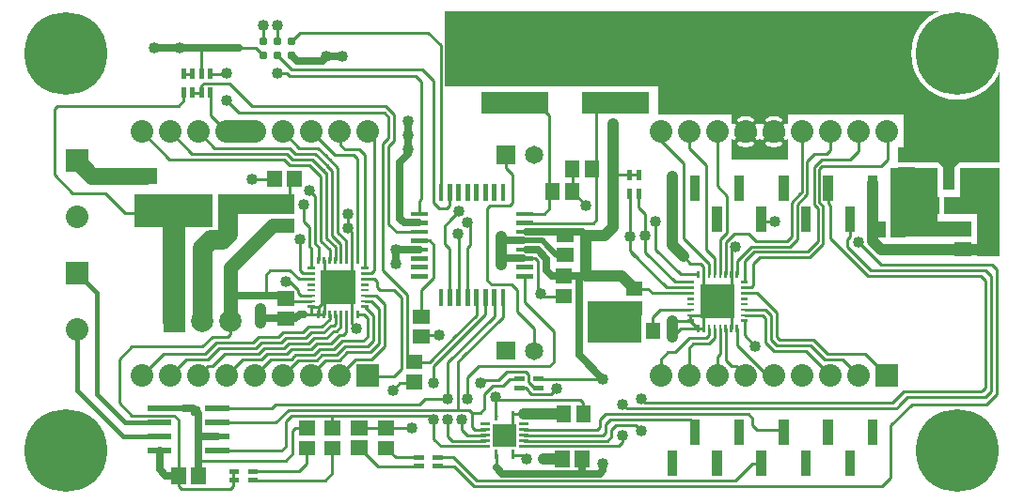
<source format=gbr>
G04 start of page 2 for group 0 idx 0 *
G04 Title: (unknown), component *
G04 Creator: pcb 20140316 *
G04 CreationDate: Fri 02 Jun 2017 03:03:48 AM GMT UTC *
G04 For: railfan *
G04 Format: Gerber/RS-274X *
G04 PCB-Dimensions (mil): 3500.00 1750.00 *
G04 PCB-Coordinate-Origin: lower left *
%MOIN*%
%FSLAX25Y25*%
%LNTOP*%
%ADD41C,0.0390*%
%ADD40C,0.0450*%
%ADD39C,0.0430*%
%ADD38C,0.0480*%
%ADD37C,0.1285*%
%ADD36R,0.0110X0.0110*%
%ADD35R,0.0200X0.0200*%
%ADD34R,0.0350X0.0350*%
%ADD33R,0.0157X0.0157*%
%ADD32R,0.0787X0.0787*%
%ADD31R,0.0167X0.0167*%
%ADD30C,0.0310*%
%ADD29R,0.0945X0.0945*%
%ADD28R,0.0378X0.0378*%
%ADD27R,0.0550X0.0550*%
%ADD26R,0.0630X0.0630*%
%ADD25R,0.0091X0.0091*%
%ADD24R,0.0512X0.0512*%
%ADD23C,0.0787*%
%ADD22C,0.0650*%
%ADD21C,0.2937*%
%ADD20C,0.0600*%
%ADD19C,0.0500*%
%ADD18C,0.0700*%
%ADD17C,0.0800*%
%ADD16C,0.0200*%
%ADD15C,0.0150*%
%ADD14C,0.0400*%
%ADD13C,0.0100*%
%ADD12C,0.0250*%
%ADD11C,0.0001*%
G54D11*G36*
X227000Y173000D02*X326661D01*
X325584Y172554D01*
X323399Y171215D01*
X321450Y169550D01*
X319785Y167601D01*
X318446Y165416D01*
X317465Y163048D01*
X316867Y160555D01*
X316666Y158000D01*
X316867Y155445D01*
X317465Y152952D01*
X318446Y150584D01*
X319785Y148399D01*
X321450Y146450D01*
X323399Y144785D01*
X325584Y143446D01*
X327952Y142465D01*
X330445Y141867D01*
X333000Y141666D01*
X335555Y141867D01*
X338048Y142465D01*
X340416Y143446D01*
X342601Y144785D01*
X344550Y146450D01*
X346215Y148399D01*
X347554Y150584D01*
X348000Y151661D01*
Y136500D01*
X227000D01*
Y173000D01*
G37*
G36*
X151500D02*X234000D01*
Y146500D01*
X151500D01*
Y173000D01*
G37*
G36*
X268002Y139500D02*X273000D01*
Y132601D01*
X272998Y132596D01*
X272910Y132792D01*
X272849Y132893D01*
X272772Y132984D01*
X272682Y133061D01*
X272580Y133123D01*
X272471Y133169D01*
X272355Y133197D01*
X272237Y133206D01*
X272119Y133197D01*
X272003Y133170D01*
X271893Y133124D01*
X271792Y133062D01*
X271702Y132986D01*
X271624Y132895D01*
X271562Y132794D01*
X271516Y132685D01*
X271489Y132569D01*
X271479Y132451D01*
X271488Y132332D01*
X271516Y132217D01*
X271563Y132108D01*
X271721Y131768D01*
X271842Y131412D01*
X271930Y131047D01*
X271982Y130675D01*
X272000Y130300D01*
X271982Y129925D01*
X271930Y129553D01*
X271842Y129188D01*
X271721Y128832D01*
X271567Y128490D01*
X271520Y128382D01*
X271493Y128267D01*
X271483Y128149D01*
X271493Y128032D01*
X271521Y127917D01*
X271566Y127808D01*
X271628Y127707D01*
X271705Y127618D01*
X271795Y127541D01*
X271895Y127480D01*
X272004Y127435D01*
X272119Y127407D01*
X272237Y127398D01*
X272355Y127408D01*
X272469Y127435D01*
X272578Y127481D01*
X272679Y127543D01*
X272769Y127619D01*
X272845Y127709D01*
X272905Y127811D01*
X272996Y128008D01*
X273000Y127999D01*
Y120500D01*
X268002D01*
Y124794D01*
X268516Y124818D01*
X269028Y124891D01*
X269531Y125011D01*
X270020Y125178D01*
X270492Y125390D01*
X270593Y125451D01*
X270684Y125528D01*
X270761Y125618D01*
X270823Y125720D01*
X270869Y125829D01*
X270897Y125945D01*
X270906Y126063D01*
X270897Y126181D01*
X270870Y126297D01*
X270824Y126407D01*
X270762Y126508D01*
X270686Y126598D01*
X270595Y126676D01*
X270494Y126738D01*
X270385Y126784D01*
X270269Y126811D01*
X270151Y126821D01*
X270032Y126812D01*
X269917Y126784D01*
X269808Y126737D01*
X269468Y126579D01*
X269112Y126458D01*
X268747Y126370D01*
X268375Y126318D01*
X268002Y126300D01*
Y134300D01*
X268375Y134282D01*
X268747Y134230D01*
X269112Y134142D01*
X269468Y134021D01*
X269810Y133867D01*
X269918Y133820D01*
X270033Y133793D01*
X270151Y133783D01*
X270268Y133793D01*
X270383Y133821D01*
X270492Y133866D01*
X270593Y133928D01*
X270682Y134005D01*
X270759Y134095D01*
X270820Y134195D01*
X270865Y134304D01*
X270893Y134419D01*
X270902Y134537D01*
X270892Y134655D01*
X270865Y134769D01*
X270819Y134878D01*
X270757Y134979D01*
X270681Y135069D01*
X270591Y135145D01*
X270489Y135205D01*
X270020Y135422D01*
X269531Y135589D01*
X269028Y135709D01*
X268516Y135782D01*
X268002Y135806D01*
Y139500D01*
G37*
G36*
X263000D02*X268002D01*
Y135806D01*
X268000Y135806D01*
X267484Y135782D01*
X266972Y135709D01*
X266469Y135589D01*
X265980Y135422D01*
X265508Y135210D01*
X265407Y135149D01*
X265316Y135072D01*
X265239Y134982D01*
X265177Y134880D01*
X265131Y134771D01*
X265103Y134655D01*
X265094Y134537D01*
X265103Y134419D01*
X265130Y134303D01*
X265176Y134193D01*
X265238Y134092D01*
X265314Y134002D01*
X265405Y133924D01*
X265506Y133862D01*
X265615Y133816D01*
X265731Y133789D01*
X265849Y133779D01*
X265968Y133788D01*
X266083Y133816D01*
X266192Y133863D01*
X266532Y134021D01*
X266888Y134142D01*
X267253Y134230D01*
X267625Y134282D01*
X268000Y134300D01*
X268002Y134300D01*
Y126300D01*
X268000Y126300D01*
X267625Y126318D01*
X267253Y126370D01*
X266888Y126458D01*
X266532Y126579D01*
X266190Y126733D01*
X266082Y126780D01*
X265967Y126807D01*
X265849Y126817D01*
X265732Y126807D01*
X265617Y126779D01*
X265508Y126734D01*
X265407Y126672D01*
X265318Y126595D01*
X265241Y126505D01*
X265180Y126405D01*
X265135Y126296D01*
X265107Y126181D01*
X265098Y126063D01*
X265108Y125945D01*
X265135Y125831D01*
X265181Y125722D01*
X265243Y125621D01*
X265319Y125531D01*
X265409Y125455D01*
X265511Y125395D01*
X265980Y125178D01*
X266469Y125011D01*
X266972Y124891D01*
X267484Y124818D01*
X268000Y124794D01*
X268002Y124794D01*
Y120500D01*
X263000D01*
Y128008D01*
X263090Y127808D01*
X263151Y127707D01*
X263228Y127616D01*
X263318Y127539D01*
X263420Y127477D01*
X263529Y127431D01*
X263645Y127403D01*
X263763Y127394D01*
X263881Y127403D01*
X263997Y127430D01*
X264107Y127476D01*
X264208Y127538D01*
X264298Y127614D01*
X264376Y127705D01*
X264438Y127806D01*
X264484Y127915D01*
X264511Y128031D01*
X264521Y128149D01*
X264512Y128268D01*
X264484Y128383D01*
X264437Y128492D01*
X264279Y128832D01*
X264158Y129188D01*
X264070Y129553D01*
X264018Y129925D01*
X264000Y130300D01*
X264018Y130675D01*
X264070Y131047D01*
X264158Y131412D01*
X264279Y131768D01*
X264433Y132110D01*
X264480Y132218D01*
X264507Y132333D01*
X264517Y132451D01*
X264507Y132568D01*
X264479Y132683D01*
X264434Y132792D01*
X264372Y132893D01*
X264295Y132982D01*
X264205Y133059D01*
X264105Y133120D01*
X263996Y133165D01*
X263881Y133193D01*
X263763Y133202D01*
X263645Y133192D01*
X263531Y133165D01*
X263422Y133119D01*
X263321Y133057D01*
X263231Y132981D01*
X263155Y132891D01*
X263095Y132789D01*
X263002Y132587D01*
X263000Y132592D01*
Y139500D01*
G37*
G36*
X258002D02*X263000D01*
Y132592D01*
X262910Y132792D01*
X262849Y132893D01*
X262772Y132984D01*
X262682Y133061D01*
X262580Y133123D01*
X262471Y133169D01*
X262355Y133197D01*
X262237Y133206D01*
X262119Y133197D01*
X262003Y133170D01*
X261893Y133124D01*
X261792Y133062D01*
X261702Y132986D01*
X261624Y132895D01*
X261562Y132794D01*
X261516Y132685D01*
X261489Y132569D01*
X261479Y132451D01*
X261488Y132332D01*
X261516Y132217D01*
X261563Y132108D01*
X261721Y131768D01*
X261842Y131412D01*
X261930Y131047D01*
X261982Y130675D01*
X262000Y130300D01*
X261982Y129925D01*
X261930Y129553D01*
X261842Y129188D01*
X261721Y128832D01*
X261567Y128490D01*
X261520Y128382D01*
X261493Y128267D01*
X261483Y128149D01*
X261493Y128032D01*
X261521Y127917D01*
X261566Y127808D01*
X261628Y127707D01*
X261705Y127618D01*
X261795Y127541D01*
X261895Y127480D01*
X262004Y127435D01*
X262119Y127407D01*
X262237Y127398D01*
X262355Y127408D01*
X262469Y127435D01*
X262578Y127481D01*
X262679Y127543D01*
X262769Y127619D01*
X262845Y127709D01*
X262905Y127811D01*
X262998Y128013D01*
X263000Y128008D01*
Y120500D01*
X258002D01*
Y124794D01*
X258516Y124818D01*
X259028Y124891D01*
X259531Y125011D01*
X260020Y125178D01*
X260492Y125390D01*
X260593Y125451D01*
X260684Y125528D01*
X260761Y125618D01*
X260823Y125720D01*
X260869Y125829D01*
X260897Y125945D01*
X260906Y126063D01*
X260897Y126181D01*
X260870Y126297D01*
X260824Y126407D01*
X260762Y126508D01*
X260686Y126598D01*
X260595Y126676D01*
X260494Y126738D01*
X260385Y126784D01*
X260269Y126811D01*
X260151Y126821D01*
X260032Y126812D01*
X259917Y126784D01*
X259808Y126737D01*
X259468Y126579D01*
X259112Y126458D01*
X258747Y126370D01*
X258375Y126318D01*
X258002Y126300D01*
Y134300D01*
X258375Y134282D01*
X258747Y134230D01*
X259112Y134142D01*
X259468Y134021D01*
X259810Y133867D01*
X259918Y133820D01*
X260033Y133793D01*
X260151Y133783D01*
X260268Y133793D01*
X260383Y133821D01*
X260492Y133866D01*
X260593Y133928D01*
X260682Y134005D01*
X260759Y134095D01*
X260820Y134195D01*
X260865Y134304D01*
X260893Y134419D01*
X260902Y134537D01*
X260892Y134655D01*
X260865Y134769D01*
X260819Y134878D01*
X260757Y134979D01*
X260681Y135069D01*
X260591Y135145D01*
X260489Y135205D01*
X260020Y135422D01*
X259531Y135589D01*
X259028Y135709D01*
X258516Y135782D01*
X258002Y135806D01*
Y139500D01*
G37*
G36*
X253000D02*X258002D01*
Y135806D01*
X258000Y135806D01*
X257484Y135782D01*
X256972Y135709D01*
X256469Y135589D01*
X255980Y135422D01*
X255508Y135210D01*
X255407Y135149D01*
X255316Y135072D01*
X255239Y134982D01*
X255177Y134880D01*
X255131Y134771D01*
X255103Y134655D01*
X255094Y134537D01*
X255103Y134419D01*
X255130Y134303D01*
X255176Y134193D01*
X255238Y134092D01*
X255314Y134002D01*
X255405Y133924D01*
X255506Y133862D01*
X255615Y133816D01*
X255731Y133789D01*
X255849Y133779D01*
X255968Y133788D01*
X256083Y133816D01*
X256192Y133863D01*
X256532Y134021D01*
X256888Y134142D01*
X257253Y134230D01*
X257625Y134282D01*
X258000Y134300D01*
X258002Y134300D01*
Y126300D01*
X258000Y126300D01*
X257625Y126318D01*
X257253Y126370D01*
X256888Y126458D01*
X256532Y126579D01*
X256190Y126733D01*
X256082Y126780D01*
X255967Y126807D01*
X255849Y126817D01*
X255732Y126807D01*
X255617Y126779D01*
X255508Y126734D01*
X255407Y126672D01*
X255318Y126595D01*
X255241Y126505D01*
X255180Y126405D01*
X255135Y126296D01*
X255107Y126181D01*
X255098Y126063D01*
X255108Y125945D01*
X255135Y125831D01*
X255181Y125722D01*
X255243Y125621D01*
X255319Y125531D01*
X255409Y125455D01*
X255511Y125395D01*
X255980Y125178D01*
X256469Y125011D01*
X256972Y124891D01*
X257484Y124818D01*
X258000Y124794D01*
X258002Y124794D01*
Y120500D01*
X253000D01*
Y127999D01*
X253002Y128004D01*
X253090Y127808D01*
X253151Y127707D01*
X253228Y127616D01*
X253318Y127539D01*
X253420Y127477D01*
X253529Y127431D01*
X253645Y127403D01*
X253763Y127394D01*
X253881Y127403D01*
X253997Y127430D01*
X254107Y127476D01*
X254208Y127538D01*
X254298Y127614D01*
X254376Y127705D01*
X254438Y127806D01*
X254484Y127915D01*
X254511Y128031D01*
X254521Y128149D01*
X254512Y128268D01*
X254484Y128383D01*
X254437Y128492D01*
X254279Y128832D01*
X254158Y129188D01*
X254070Y129553D01*
X254018Y129925D01*
X254000Y130300D01*
X254018Y130675D01*
X254070Y131047D01*
X254158Y131412D01*
X254279Y131768D01*
X254433Y132110D01*
X254480Y132218D01*
X254507Y132333D01*
X254517Y132451D01*
X254507Y132568D01*
X254479Y132683D01*
X254434Y132792D01*
X254372Y132893D01*
X254295Y132982D01*
X254205Y133059D01*
X254105Y133120D01*
X253996Y133165D01*
X253881Y133193D01*
X253763Y133202D01*
X253645Y133192D01*
X253531Y133165D01*
X253422Y133119D01*
X253321Y133057D01*
X253231Y132981D01*
X253155Y132891D01*
X253095Y132789D01*
X253004Y132592D01*
X253000Y132601D01*
Y139500D01*
G37*
G36*
X41500Y108000D02*X69000D01*
Y96500D01*
X68676D01*
X68500Y96514D01*
X68324Y96500D01*
X41500D01*
Y108000D01*
G37*
G36*
X71000D02*X98000D01*
Y101000D01*
X71000D01*
Y108000D01*
G37*
G36*
X314000Y140500D02*X348000D01*
Y119500D01*
X314000D01*
Y140500D01*
G37*
G36*
X309500Y117500D02*X326000D01*
Y93000D01*
X309500D01*
Y117500D01*
G37*
G36*
X334000D02*X348000D01*
Y101000D01*
X334000D01*
Y117500D01*
G37*
G36*
X328500Y107000D02*X339000D01*
Y101000D01*
X328500D01*
Y107000D01*
G37*
G36*
X323000Y98500D02*X338000D01*
Y93000D01*
X323000D01*
Y98500D01*
G37*
G36*
X348000Y113500D02*Y86000D01*
X340000D01*
Y113500D01*
X348000D01*
G37*
G36*
X202000Y70000D02*X221000D01*
Y55500D01*
X202000D01*
Y70000D01*
G37*
G54D12*X50250Y17000D02*Y10250D01*
X52500Y8000D01*
X56957D01*
G54D13*Y4543D01*
X58000Y3500D01*
G54D12*X64043Y8000D02*Y12957D01*
G54D13*X58000Y3500D02*X75500D01*
X76500Y4500D01*
Y9423D01*
X76652Y9575D01*
X99575D02*X102500Y12500D01*
Y17957D01*
X83348Y6425D02*X108925D01*
X111500Y9000D01*
Y17914D01*
X127575Y11425D02*X121000Y18000D01*
X97500Y16000D02*Y24000D01*
X95000Y18500D02*Y27500D01*
X97000Y29500D01*
X91500Y27000D02*X96000Y31500D01*
X98500Y25000D02*X102457D01*
X97000Y29500D02*X119000D01*
X111500D02*Y25000D01*
X96000Y31500D02*X116000D01*
X102457Y25000D02*X102500Y25043D01*
X70750Y27000D02*X91500D01*
X95000Y13500D02*X97500Y16000D01*
X93500Y17000D02*X95000Y18500D01*
G54D12*X64043Y12457D02*Y29957D01*
X70750Y22000D02*X64043D01*
G54D13*X57000Y8000D02*Y28000D01*
X83348Y9575D02*X99575D01*
X64043Y13500D02*X95000D01*
X70750Y17000D02*X93500D01*
X97500Y24000D02*X98500Y25000D01*
X95500Y51500D02*X88500D01*
X89800Y49500D02*X97000D01*
X94000Y43700D02*X99400Y49100D01*
X88500Y51500D02*X86500Y49500D01*
X84000Y43700D02*X89800Y49500D01*
X94500Y53500D02*X87500D01*
X97000Y49500D02*X97750Y50250D01*
X99000Y51000D02*X98500D01*
X97300Y49800D01*
X117000Y52000D02*X125000D01*
X125500Y49500D02*X119800D01*
X114000Y43700D01*
X99400Y49100D02*X105900D01*
X107800Y51000D01*
X108600D01*
X108900Y48900D02*X109150Y49150D01*
X113850D01*
X116700Y52000D01*
X119600D01*
X118421Y65453D02*Y70079D01*
Y84547D02*Y79921D01*
X108579Y70079D02*X118421Y79921D01*
X108579Y84547D02*Y79921D01*
X118421Y70079D02*X108579Y79921D01*
X123094Y78000D02*X123047Y77953D01*
X108453Y69953D02*X110000Y71500D01*
X106547Y68047D02*X109000Y70500D01*
X108547Y65453D02*Y70047D01*
X106610Y65453D02*Y67984D01*
X106547Y68047D01*
X103953Y68110D02*Y65453D01*
X108579D01*
X108579D01*
X103953Y68047D02*X106547D01*
X108547Y70047D02*X113500Y75000D01*
X119000Y56000D02*X115000D01*
X112000Y53000D01*
X114000Y58000D02*X111000Y55000D01*
X113000Y59500D02*X112000D01*
X109500Y57000D01*
X111000Y61500D02*X108500Y59000D01*
X116453Y65453D02*Y59453D01*
Y59547D02*Y58953D01*
X115500Y58000D01*
X114000D01*
X114484Y61016D02*Y60984D01*
X124000Y64000D02*Y57500D01*
X122500Y56000D01*
X118500D01*
X118421Y65421D02*Y62079D01*
X120000Y60500D01*
X116000Y54000D02*X124000D01*
X114484Y60984D02*X113000Y59500D01*
X114484Y65453D02*Y60984D01*
X112516Y65453D02*Y62016D01*
X112000Y61500D01*
X111000D01*
X110547Y65453D02*Y63647D01*
X107800Y60900D01*
X103953Y65453D03*
X106610Y84547D02*Y89390D01*
X105500Y90500D01*
X103953Y81890D02*Y89047D01*
X103500Y89500D01*
X100000Y81000D02*Y92000D01*
X120390Y65453D02*X122547D01*
X124000Y64000D01*
X126000Y65157D02*X123047Y68110D01*
X124000Y54000D02*X126000Y56000D01*
X125000Y52000D02*X128000Y55000D01*
X130000Y54000D02*X125500Y49500D01*
X126000Y56000D02*Y65157D01*
X128000Y55000D02*Y64000D01*
Y67500D02*Y62000D01*
X130000Y54000D02*Y65000D01*
Y69000D02*Y62500D01*
X123047Y70079D02*X125421D01*
X123047Y72047D02*X126953D01*
X130000Y69000D01*
X125421Y70079D02*X128000Y67500D01*
X115000Y31500D02*X151500D01*
X152500Y35500D02*X144500D01*
X142500Y33500D01*
X117000Y29500D02*X137500D01*
X136500D02*X146000D01*
X147500Y28000D01*
X160000Y31500D02*X150500D01*
X142500Y33500D02*X91500D01*
X121000Y25086D02*X139686D01*
X139700Y25100D01*
X133882Y14575D02*X130500Y17957D01*
X142152Y14575D02*X133882D01*
X142152Y11425D02*X127575D01*
X148848D02*X154575D01*
X148848Y14575D02*X154425D01*
X156000Y31500D02*Y48500D01*
X158500Y51000D01*
X159500Y43000D02*Y35500D01*
X104000Y43700D02*X104700D01*
X104000D02*Y44000D01*
X109000Y49000D01*
X116000Y54000D02*X113000Y51000D01*
X108000D01*
X112000Y53000D02*X107000D01*
X105000Y51000D01*
X111000Y55000D02*X106000D01*
X104000Y53000D01*
Y65453D02*X103953Y65500D01*
X101500D01*
G54D12*X100000D01*
X98500Y64000D01*
G54D13*X103953Y72047D02*X100453D01*
X99500Y73000D01*
X103953Y70079D02*X95964D01*
X95000Y77000D02*X96500D01*
X99500Y74000D01*
Y73000D02*Y74000D01*
X99000Y74500D01*
X103953Y77953D02*X99547D01*
X103953Y79921D02*X101079D01*
X100000Y81000D01*
G54D12*X95000Y63957D02*X86043D01*
X98500Y64000D02*X95543D01*
X95500Y63957D01*
G54D14*X86000Y67500D02*Y62500D01*
G54D13*X99547Y77953D02*X96500Y81000D01*
X89500D01*
X88000Y79500D01*
Y72000D01*
G54D12*X75500D02*X94043D01*
X95000Y71043D01*
G54D13*X95964Y70079D02*X95000Y71043D01*
G54D15*X50250Y27000D02*X38000D01*
X28000Y37000D01*
X50250Y22000D02*X37500D01*
X21000Y38500D01*
G54D13*X36000Y34000D02*X40500Y29500D01*
X47500D01*
G54D15*X21000Y60000D02*Y38500D01*
Y80000D02*X28000Y73000D01*
Y37000D01*
G54D13*X51800Y51500D02*X44000Y43700D01*
X65500Y54000D02*X40500D01*
X36000Y49500D01*
Y34000D01*
G54D12*X64043Y29957D02*X62000Y32000D01*
X59000D01*
G54D13*X57000Y28000D02*X55500Y29500D01*
G54D16*X50250Y32000D02*X60000D01*
G54D13*X55500Y29500D02*X43500D01*
G54D17*X55500Y63000D02*Y100000D01*
G54D18*X65500Y63000D02*Y89000D01*
G54D19*X75500Y63000D02*Y82000D01*
G54D14*X75547Y77953D02*X75500Y78000D01*
G54D18*X65500Y89000D02*X68500Y92000D01*
X72500D01*
X74500Y94000D01*
Y104500D02*Y94000D01*
G54D19*X75500Y82000D02*X90500Y97000D01*
X94957D01*
G54D14*X95000Y96957D01*
G54D13*X75500Y62500D02*Y58500D01*
X91500Y33500D02*X90000Y32000D01*
X70750D01*
X75500Y58500D02*X74500Y57500D01*
X69000D01*
X65500Y54000D01*
X123047Y81890D02*Y121953D01*
Y79921D02*X125421D01*
X126500Y81000D01*
Y127800D01*
X124000Y130300D01*
X120390Y84547D02*Y120610D01*
X117000Y96000D02*Y101000D01*
X134276Y94724D02*X131500Y97500D01*
X126500Y78000D02*X123094D01*
X129500Y81000D02*Y126000D01*
X131500Y97500D02*Y111000D01*
X133500Y127000D02*X131500Y125000D01*
Y103500D01*
G54D12*X134000Y88500D02*Y83500D01*
X135500Y99500D02*Y119500D01*
X138500Y122500D01*
Y134000D01*
G54D13*X118421Y84500D02*Y94579D01*
X117000Y96000D01*
X116453Y84547D02*Y91547D01*
X114484Y84547D02*Y90516D01*
X112516Y84547D02*Y89484D01*
X114484Y90516D02*X111500Y93500D01*
X112516Y89484D02*X109500Y92500D01*
X110547Y84547D02*Y88453D01*
X107500Y91500D01*
G54D12*X142221Y88425D02*X134075D01*
X142000Y98000D02*X137000D01*
X135500Y99500D01*
X134075Y88425D02*X134000Y88500D01*
G54D13*X147500Y148500D02*Y105000D01*
X149976Y108779D02*Y161024D01*
X143000Y106500D02*Y117000D01*
X141000Y150000D02*X143000Y148000D01*
Y115500D01*
X116453Y91547D02*X113500Y94500D01*
Y117500D01*
X111500Y93500D02*Y116500D01*
X109500Y92500D02*Y115500D01*
X107500Y91500D02*Y114500D01*
X105500Y101000D02*Y107500D01*
Y90500D02*Y104000D01*
X101500Y102000D02*Y98500D01*
X103500Y96500D01*
Y89500D02*Y96500D01*
X102500Y97500D01*
X105500Y107500D02*X103500Y109500D01*
X101500Y101000D02*Y104500D01*
X147500Y105000D02*X149500Y103000D01*
X151500D01*
X153126Y108779D02*Y104126D01*
X152000Y103000D01*
X150500D01*
X142221Y101023D02*Y105721D01*
X143000Y106500D01*
X142221Y91575D02*X145925D01*
X147500Y90000D01*
Y78500D01*
X153126Y98626D02*X156500Y102000D01*
X151500Y90500D02*Y97000D01*
X154000Y99500D01*
X105000Y51000D02*X98500D01*
X104000Y53000D02*X97000D01*
X103000Y55000D02*X96000D01*
X109500Y57000D02*X105000D01*
X108500Y59000D02*X104000D01*
X102000Y57000D01*
X105000D02*X103000Y55000D01*
X97000Y53000D02*X95500Y51500D01*
X96000Y55000D02*X94500Y53500D01*
X102000Y57000D02*X95000D01*
X93500Y55500D01*
X101000Y59000D02*X94000D01*
X92500Y57500D01*
X107800Y60900D02*X103700D01*
X104400D02*X102900D01*
X101000Y59000D01*
X93500Y55500D02*X86500D01*
X92500Y57500D02*X85500D01*
Y51500D02*X73500D01*
X84500Y53500D02*X71500D01*
X67500Y49500D01*
X70500Y55500D02*X66500Y51500D01*
X79800Y49500D02*X74000Y43700D01*
X73500Y51500D02*X69000Y47000D01*
X86500Y49500D02*X79800D01*
X87500Y53500D02*X85500Y51500D01*
X86500Y55500D02*X84500Y53500D01*
X85500Y57500D02*X83500Y55500D01*
X70500D01*
X69000Y47000D02*X67300D01*
X64000Y43700D01*
X67500Y49500D02*X59800D01*
X54000Y43700D01*
X66500Y51500D02*X51800D01*
X123047Y121953D02*X121000Y124000D01*
X120390Y120610D02*X119000Y122000D01*
X121000Y124000D02*X116000D01*
X119000Y122000D02*X112300D01*
X116000Y124000D02*X114500Y125500D01*
Y129800D01*
X114000Y130300D01*
X129500Y126000D02*X131500Y128000D01*
X129500Y126000D02*X130500Y127000D01*
X112300Y122000D02*X104000Y130300D01*
X111000Y120000D02*X106500Y124500D01*
X110000Y118000D02*X105500Y122500D01*
X109500Y115500D02*X104500Y120500D01*
X111500Y116500D02*X109500Y118500D01*
Y115500D02*X108250Y116750D01*
X99800Y124500D02*X94000Y130300D01*
X98500Y122500D02*X96500Y124500D01*
X106500D02*X99800D01*
X105500Y122500D02*X98500D01*
X104500Y120500D02*X97500D01*
X95500Y122500D01*
X103500Y118500D02*X96500D01*
X103500D02*X102000D01*
X113500Y117500D02*X109000Y122000D01*
X107500Y114500D02*X103500Y118500D01*
G54D12*X99000Y155500D02*X108000D01*
X109500Y157000D01*
X115000D01*
G54D13*X131500Y128000D02*Y135500D01*
X130000Y137000D01*
X130500Y139500D02*X133500Y136500D01*
Y127000D01*
X130000Y137000D02*X78500D01*
X83000Y139500D02*X130500D01*
X97000Y152500D02*X143500D01*
X96500Y150000D02*X141000D01*
X143500Y152500D02*X147500Y148500D01*
X100000Y165500D02*X145452D01*
X149976Y160976D01*
Y158976D01*
X32000Y139500D02*X47500D01*
X14000D02*X36500D01*
G54D14*X21000Y120000D02*Y119500D01*
G54D20*X45500Y114500D02*X26500D01*
X21000Y120000D01*
G54D13*X19500Y108500D02*X31000D01*
X38000Y101500D01*
X45500D01*
X19500Y108500D02*X13000Y115000D01*
Y138500D01*
X14000Y139500D01*
G54D17*X74000Y130300D02*X84000D01*
G54D13*X96500Y124500D02*X69800D01*
X95500Y122500D02*X61800D01*
X96500Y118500D02*X94500Y120500D01*
X68224Y136076D02*X74000Y130300D01*
X69800Y124500D02*X64000Y130300D01*
X61800Y122500D02*X54000Y130300D01*
X94500Y120500D02*X53800D01*
X83000Y113500D02*X90914D01*
X90957Y113543D01*
X96500Y105000D02*Y112000D01*
X98043Y113543D01*
X53800Y120500D02*X44000Y130300D01*
X58776Y144152D02*Y141276D01*
X57000Y139500D01*
X45000D01*
X65075Y150848D02*Y156425D01*
G54D12*X78500Y160000D02*X48500D01*
G54D13*X65075Y155425D02*Y159925D01*
X65000Y160000D01*
X73848Y150848D02*X74000Y151000D01*
X58776Y150848D02*X61925D01*
Y144152D02*X65075D01*
X68224D02*Y136076D01*
X65075Y144152D02*Y146575D01*
X66000Y147500D01*
X74500D02*X72000D01*
X66000D02*X75000D01*
X87000Y157500D02*X84500Y160000D01*
X77000D01*
X68224Y150848D02*X73848D01*
X78500Y137000D02*X74000Y141500D01*
X75000Y147500D02*X83000Y139500D01*
G54D12*X97000Y157500D02*X99000Y155500D01*
G54D13*X92000Y157500D02*X97000Y152500D01*
X92000Y151000D02*X95500D01*
X96500Y150000D01*
X87000Y168000D02*Y162500D01*
X97000D02*X100000Y165500D01*
X92000Y168000D02*Y162500D01*
X157500Y50000D02*X172000Y64500D01*
Y71197D01*
X162575Y71221D02*Y65118D01*
Y66575D01*
X168874Y71221D02*Y64874D01*
X152500Y48500D01*
X165725Y65225D02*X147500Y47000D01*
X154500Y57043D02*X162575Y65118D01*
X155457Y58000D02*Y57957D01*
X146000Y48500D01*
X165500Y32000D02*Y37000D01*
X168500Y40000D01*
X170600Y35000D02*X169500Y36100D01*
X168500Y40000D02*X172000D01*
X173500Y45000D02*X170500Y42000D01*
X165000D01*
X164000Y41000D01*
X163500Y47000D02*X159500Y43000D01*
X152500Y48500D02*Y35500D01*
X147500Y41000D02*Y47000D01*
X138000Y70500D02*Y62043D01*
Y68000D02*Y72500D01*
X143000Y74000D02*Y64543D01*
X136000Y71500D02*X133500Y74000D01*
X128500D01*
X127500Y75000D01*
Y77000D01*
X126500Y78000D01*
X138000Y72500D02*X134000Y76500D01*
X147500Y78500D02*X143000Y74000D01*
X153126Y71221D02*Y88874D01*
X151500Y90500D01*
X156276Y71221D02*Y93724D01*
X156000Y94000D01*
X134500Y76000D02*X129500Y81000D01*
X142221Y94724D02*X134276D01*
X147500Y47000D02*X149500Y49000D01*
X138000Y51000D02*X140500Y48500D01*
X146000D02*X140500D01*
X136000Y46000D02*Y71500D01*
X138000Y62500D02*Y51000D01*
X149500Y58000D02*X143543D01*
X143000Y57457D01*
X172000Y71197D02*X172024Y71221D01*
X177000Y66500D02*X183000Y60500D01*
X190000Y59500D02*Y48500D01*
X183000Y60500D02*Y52500D01*
G54D12*X187500Y81000D02*X188700Y79800D01*
G54D13*X190000Y48500D02*X188500Y47000D01*
X163500D01*
G54D12*X199000Y52000D02*Y51000D01*
G54D13*X181000Y41500D02*Y44000D01*
X180000Y45000D01*
X172000Y40000D02*X174500Y42500D01*
X178000D01*
X180000Y45000D02*X173500D01*
X198500Y42500D02*X207500D01*
G54D12*X199000Y51000D02*X207500Y42500D01*
G54D13*X178000Y39500D02*X180000D01*
X181000Y38500D01*
X184500Y39500D02*X183000D01*
X181000Y41500D01*
Y38500D02*Y38000D01*
X182000Y37000D01*
X189000D01*
X191000Y39000D01*
X180000Y35000D02*X199500D01*
X200500Y34000D01*
X180200Y35000D02*X170600D01*
G54D14*X344000Y100500D02*Y105500D01*
X306000Y88500D02*X341000D01*
G54D13*X343000Y39500D02*X341500Y38000D01*
X345000D02*X344000Y37000D01*
X343000Y39500D02*X342000Y38500D01*
X347000Y37000D02*Y81500D01*
X345000Y79000D02*Y38000D01*
X343000Y77500D02*Y39500D01*
X347000Y81500D02*X345500Y83000D01*
X343000Y81000D02*X345000Y79000D01*
X341500D02*X343000Y77500D01*
X345500Y83000D02*X306000D01*
X302500Y81000D02*X343000D01*
X301500Y79000D02*X341500D01*
X301500D02*X302900D01*
X345000Y38000D02*X343000Y36000D01*
X315500D01*
X312500Y33000D01*
X311500Y32000D02*X314000Y34500D01*
X341500Y38000D02*X314500D01*
X315000D02*X314000D01*
X310000Y34000D01*
X317000Y33500D02*X343500D01*
X347000Y37000D01*
X300200Y51500D02*X308000Y43700D01*
X236000Y32000D02*X311500D01*
X236500D02*X216000D01*
X214500Y33500D01*
X310000Y34000D02*X222500D01*
X221000Y35500D01*
X252921Y60453D02*Y65079D01*
X248000Y70000D01*
X250953Y60453D02*Y56547D01*
X254890Y60453D02*Y56810D01*
X243079Y60453D02*Y65079D01*
X245047Y60453D02*Y58047D01*
X244000Y57000D01*
X245000Y55000D02*X239500D01*
X238000Y53500D01*
X247016Y60453D02*Y57016D01*
X245000Y55000D01*
X248984Y60453D02*Y51484D01*
X248000Y50500D01*
Y43700D01*
X238000Y53500D02*Y43700D01*
X237500Y79547D02*X234953D01*
X226000Y88500D01*
Y91500D01*
X235000Y76890D02*X233110D01*
X222500Y87500D01*
X216925Y88075D02*X220000Y85000D01*
X257547Y76890D02*Y84247D01*
X261000Y87700D01*
X263100Y85800D02*X280800D01*
X251000Y83000D02*X250953Y82953D01*
X249000Y84000D02*Y87000D01*
X250953Y81953D02*Y87547D01*
X252921Y79079D02*Y87921D01*
X257547Y72953D02*X262047D01*
X269000Y66000D01*
Y57500D01*
X257547Y63110D02*Y57953D01*
X288000Y92500D02*X301500Y79000D01*
X257547Y65079D02*X263921D01*
X265000Y64000D01*
Y55500D01*
X267000Y65000D02*Y56500D01*
X265000Y55500D02*X268000Y52500D01*
X267000Y56500D02*X269000Y54500D01*
Y57500D02*X270000Y56500D01*
X268000Y52500D02*X279200D01*
X269000Y54500D02*X281000D01*
X270000Y56500D02*X282000D01*
X279200Y52500D02*X288000Y43700D01*
X281000Y54500D02*X286000Y49500D01*
X292200D01*
X298000Y43700D01*
X282000Y56500D02*X287000Y51500D01*
X300200D01*
X257547Y67047D02*X264953D01*
X267000Y65000D01*
X268000Y43700D02*X265800D01*
X255000Y54500D01*
Y57280D01*
X254890Y57390D01*
X257547Y57953D02*X261500Y54000D01*
X285500Y118000D02*X306000D01*
X295000Y120500D02*X298000Y123500D01*
X306000Y118000D02*X308500Y120500D01*
Y129800D01*
X308000Y130300D01*
X298000Y123500D02*Y130300D01*
X286700Y122300D02*X288000Y123600D01*
Y126800D01*
G54D14*X303000Y101500D02*Y91500D01*
X306000Y88500D01*
X303000Y97500D02*Y112000D01*
G54D13*X295059Y99315D02*Y93059D01*
X294000Y92000D01*
X285000Y120500D02*X295000D01*
X288000Y130300D02*Y126200D01*
X278000Y130300D02*Y108800D01*
X279800Y108000D02*Y119700D01*
X286000Y118000D02*X285500D01*
X286000D02*X285000D01*
X284000Y117000D01*
X285200Y120500D02*X284900D01*
X282200Y117800D01*
X279800Y119700D02*X282400Y122300D01*
X286700D01*
X248000Y130300D02*Y111000D01*
X251500Y107500D01*
X238000Y130300D02*Y124500D01*
X244000Y118500D01*
X285500Y103500D02*Y92000D01*
X284000Y105300D02*X285500Y103800D01*
Y103300D01*
X282200Y104500D02*X283700Y103000D01*
Y93300D01*
X288000Y103900D02*Y92500D01*
X284000Y117000D02*Y105300D01*
X282200Y117800D02*Y104500D01*
X279500Y107700D02*X276200Y104400D01*
X279400Y107600D02*X279800Y108000D01*
X277500Y108300D02*X274300Y105100D01*
X278000Y108800D02*X277150Y107950D01*
X274300Y93000D02*Y101800D01*
X287185Y110299D02*Y104715D01*
X288000Y103900D01*
X276200Y104400D02*Y94100D01*
X274300Y105100D02*Y99700D01*
X280000Y87700D02*X283700Y91400D01*
Y95400D01*
X280800Y85800D02*X285500Y90500D01*
Y92800D01*
X261000Y87700D02*X280000D01*
X260100Y89500D02*X273800D01*
X276200Y91900D01*
Y94700D01*
X272600Y91300D02*X274300Y93000D01*
X272650Y91350D02*X261650D01*
X268500Y98500D02*X264378D01*
X263563Y99315D01*
X251500Y107500D02*Y94500D01*
X244000Y118500D02*Y88500D01*
X236000Y92500D02*X241500Y87000D01*
X250500Y93500D02*X251500Y94500D01*
X249000Y86000D02*Y92000D01*
X251500Y94500D01*
Y91500D02*X254000Y94000D01*
X250953Y90953D02*X252500Y92500D01*
X252921Y87921D02*X254500Y89500D01*
X254000Y94000D02*X257000D01*
X261650Y91350D02*X259000Y94000D01*
X256000D01*
X250953Y86453D02*Y90953D01*
X188500Y103000D02*Y110457D01*
X188543Y110500D01*
X188500Y110000D02*Y126197D01*
Y124000D02*Y136000D01*
X173000Y122000D02*Y117500D01*
X175500Y115000D01*
Y105000D01*
X174500Y104000D02*X175500Y105000D01*
Y106500D01*
X188500Y136000D02*X184500Y140000D01*
X192000Y97874D02*X203874D01*
X205000Y99000D01*
X201500Y104000D02*Y104043D01*
X196543Y109000D01*
G54D12*X180500Y94800D02*X199900D01*
X201700Y93000D01*
G54D13*X205000Y99000D02*Y139500D01*
X196543Y109000D02*Y116914D01*
X196457Y117000D01*
X179779Y101024D02*X186524D01*
X188500Y103000D01*
X179779Y97874D02*X193374D01*
G54D16*X194000Y86500D02*X191000D01*
X187500Y90000D01*
X185925Y91575D02*X187750Y89750D01*
G54D14*X201500Y93500D02*Y79000D01*
X208000Y93500D02*X201500D01*
G54D12*X188400Y80100D02*X189400Y79100D01*
X203100D01*
G54D14*X211000Y133000D02*Y96500D01*
G54D13*X222500Y101000D02*X220000Y103500D01*
Y108077D01*
X220075Y108152D01*
X211000Y115000D02*X219923D01*
X220075Y114848D01*
G54D14*X232000Y114500D02*Y97000D01*
G54D13*X236000Y119000D02*Y92500D01*
G54D14*X232000Y101000D02*Y90000D01*
X211000Y96500D02*X208000Y93500D01*
G54D13*X226000Y98500D02*Y89000D01*
X222500Y87500D02*Y101000D01*
X228000Y130300D02*Y127000D01*
X236000Y119000D01*
X216925Y108152D02*Y88075D01*
X165725Y71221D02*Y65225D01*
X179779Y78977D02*Y69721D01*
X190000Y59500D01*
X177000Y74000D02*Y66500D01*
Y72500D02*Y74000D01*
X175000Y76000D01*
X168000D01*
X166500Y77500D01*
X194000Y71600D02*X186700D01*
G54D12*X199000Y51500D02*Y79100D01*
G54D13*X186700Y71600D02*X184500Y73800D01*
Y84300D01*
X159425Y71221D02*Y88925D01*
X160500Y90000D01*
Y97000D01*
X159500Y98000D01*
X166500Y84500D02*Y96000D01*
Y77500D02*Y91000D01*
Y93000D02*Y103000D01*
X167500Y104000D01*
X174500D01*
G54D14*X171500Y93000D02*Y83000D01*
G54D12*X171724Y85276D02*X171500Y85500D01*
X171925Y91575D02*X171500Y92000D01*
X179000Y91600D02*X171500D01*
X179000Y85300D02*X171600D01*
G54D16*X179600Y91600D02*X185900D01*
G54D12*X180400Y88400D02*X184300D01*
G54D13*X185900Y91600D02*X187000Y90500D01*
X180100Y85300D02*X183500D01*
X184500Y84300D01*
X183800Y85000D01*
G54D12*X184300Y88400D02*X187500Y85200D01*
Y81000D01*
G54D13*X270622Y24500D02*X271437Y23685D01*
X254750Y6750D02*X260500Y12500D01*
X263362D01*
X263563Y12701D02*X263362Y12500D01*
X254250Y6250D02*X256500Y8500D01*
X306500Y4500D02*X309500Y7500D01*
Y26000D01*
X317000Y33500D01*
X306250Y4250D02*X308750Y6750D01*
X161750Y4250D02*X306250D01*
X237000Y30000D02*X259000D01*
X260500Y28500D01*
Y26000D01*
X238500Y28000D02*X240000Y26500D01*
X219000Y26000D02*X221000Y24000D01*
X219000Y26000D02*X219500Y25500D01*
X208500Y30000D02*X238000D01*
X169547Y14153D02*Y10953D01*
X170250Y10250D01*
X206500Y25500D02*Y28000D01*
G54D12*X207500Y12500D02*Y10000D01*
X206350Y8850D01*
G54D13*X206500Y28000D02*X208500Y30000D01*
X179500D02*X175500D01*
G54D14*X193500D02*X184000D01*
G54D12*X171650Y8850D02*X169600Y10900D01*
G54D14*X193000Y14000D02*X186500D01*
G54D12*X206350Y8850D02*X171650D01*
X200000D02*Y13957D01*
X200043Y14000D01*
G54D13*X260500Y26000D02*X262000Y24500D01*
X270622D01*
X306000Y83000D02*X298000Y91000D01*
X294000Y92000D02*Y89500D01*
X302500Y81000D01*
X257547Y74921D02*X259921D01*
X260700Y75700D01*
Y83400D01*
X263100Y85800D01*
X254890Y79547D02*Y84290D01*
X260100Y89500D01*
X252921Y79547D02*Y74921D01*
X250953Y79547D02*Y83053D01*
X249000Y85000D02*Y79563D01*
X248984Y79547D01*
X247000Y85500D02*Y79563D01*
X247016Y79547D01*
X244000Y88500D02*X247000Y85500D01*
X245047Y83453D02*X241000Y87500D01*
X238453Y76890D02*X233610D01*
X238453Y74921D02*X230079D01*
G54D14*X232000Y90000D02*X236000Y86000D01*
G54D13*X245047Y79547D02*Y83453D01*
X243079Y78921D02*Y81421D01*
Y81000D02*Y82421D01*
X242000Y83500D01*
X238500D01*
X236000Y86000D01*
X241110Y79547D02*X236453D01*
G54D14*X201500Y79000D02*X214043D01*
G54D13*X238453Y72953D02*X225047D01*
X223500Y74500D01*
X230079Y74921D02*X217500Y87500D01*
X223500Y74500D02*X218543D01*
X218500Y74543D01*
G54D14*X214043Y79000D02*X218543Y74500D01*
G54D13*X243079Y65079D02*X252921Y74921D01*
X243079D02*X247950Y70050D01*
X243079Y65079D02*X248000Y70000D01*
X243079Y79547D02*Y74921D01*
X238453Y65079D02*Y63110D01*
Y67047D02*X227547D01*
X225000Y64500D01*
X238453Y63000D02*X232000D01*
X238453Y65079D02*X243079D01*
X242953Y60453D02*X243079Y60579D01*
X242547Y60453D02*X241047D01*
X238453Y63047D01*
X244000Y57000D02*X238000D01*
X242953Y60453D02*X234953D01*
X238000Y57000D02*X233000Y52000D01*
X230500D01*
X228000Y49500D01*
Y43700D01*
G54D14*X232000Y63000D02*Y57500D01*
G54D13*X234953Y60453D02*X232000Y57500D01*
X225000Y64500D02*Y59586D01*
X225086Y59500D01*
X250953Y57500D02*Y49047D01*
X253000Y47000D01*
X254700D01*
X258000Y43700D01*
X165709Y24469D02*X162031D01*
X165709Y22500D02*X159500D01*
X162031Y24469D02*X161000Y25500D01*
Y30500D01*
X157500Y24500D02*Y28000D01*
X159500Y22500D02*X157500Y24500D01*
X165709Y20531D02*X153969D01*
X152500Y22000D01*
Y28000D01*
X165709Y18563D02*X149937D01*
X147500Y21000D01*
Y28000D01*
X161000Y30500D02*X164000D01*
X169500Y36000D02*Y29338D01*
X169547Y29291D01*
G54D14*X179500Y30000D02*X184500D01*
G54D13*X200500Y34000D02*Y30000D01*
X161000Y30500D02*X160000Y31500D01*
X164000Y30500D02*X165500Y32000D01*
X136000Y46000D02*X133500Y43500D01*
X124200D01*
X124000Y43700D01*
X133000Y38500D02*X135500Y41000D01*
X140086D01*
X140500Y41414D01*
X203500Y42500D02*X184500D01*
X175453Y29291D02*Y25453D01*
X174705Y24705D01*
X154575Y11425D02*X161750Y4250D01*
X154425Y14575D02*X162250Y6750D01*
X169547Y15709D02*Y13453D01*
Y13547D02*Y12953D01*
X161750Y7250D02*X162750Y6250D01*
X254250D01*
X175500Y15500D02*X179000D01*
X180500Y14000D01*
X200063Y18563D02*X213063D01*
X197500Y20500D02*X209000D01*
X213063Y18563D02*X214500Y20000D01*
Y22500D01*
X210500Y22000D02*Y24500D01*
X212000Y26000D01*
X219000D01*
X208500Y23500D02*Y26500D01*
X210000Y28000D01*
X238500D01*
X239750Y26750D01*
X179291Y20531D02*X190469D01*
X179291Y24469D02*X198469D01*
X179291Y22500D02*X199500D01*
X190000Y20500D02*X200500D01*
X179291Y18563D02*X201563D01*
X209000Y20500D02*X210500Y22000D01*
X199000Y22500D02*X207500D01*
X208500Y23500D01*
X196969Y24469D02*X205469D01*
X206500Y25500D01*
G54D21*X333000Y17000D03*
G54D11*G36*
X304000Y47700D02*Y39700D01*
X312000D01*
Y47700D01*
X304000D01*
G37*
G54D17*X298000Y43700D03*
X288000D03*
X278000D03*
X268000D03*
X258000D03*
X248000D03*
X238000D03*
X228000D03*
G54D21*X333000Y158000D03*
G54D17*X308000Y130300D03*
X298000D03*
X288000D03*
X278000D03*
X268000D03*
X258000D03*
X248000D03*
X238000D03*
X228000D03*
G54D11*G36*
X169750Y125250D02*Y118750D01*
X176250D01*
Y125250D01*
X169750D01*
G37*
G54D22*X183000Y122000D03*
G54D21*X17000Y17000D03*
Y158000D03*
G54D11*G36*
Y124000D02*Y116000D01*
X25000D01*
Y124000D01*
X17000D01*
G37*
G54D17*X21000Y100000D03*
G54D11*G36*
X17000Y84000D02*Y76000D01*
X25000D01*
Y84000D01*
X17000D01*
G37*
G54D17*X21000Y60000D03*
G54D11*G36*
X169750Y55750D02*Y49250D01*
X176250D01*
Y55750D01*
X169750D01*
G37*
G54D22*X183000Y52500D03*
G54D11*G36*
X120000Y47700D02*Y39700D01*
X128000D01*
Y47700D01*
X120000D01*
G37*
G54D17*X114000Y43700D03*
X104000D03*
X94000D03*
X84000D03*
X74000D03*
G54D23*X75500Y63000D03*
G54D17*X64000Y43700D03*
X54000D03*
X44000D03*
G54D23*X65500Y63000D03*
G54D11*G36*
X51563Y66937D02*Y59063D01*
X59437D01*
Y66937D01*
X51563D01*
G37*
G54D17*X124000Y130300D03*
X114000D03*
X104000D03*
X94000D03*
X84000D03*
X74000D03*
X64000D03*
X54000D03*
X44000D03*
G54D24*X218107Y74543D02*X218893D01*
X218107Y67457D02*X218893D01*
X218000Y59893D02*Y59107D01*
X225086Y59893D02*Y59107D01*
X193107Y79043D02*X193893D01*
X193107Y71957D02*X193893D01*
X193607Y86500D02*X194393D01*
G54D25*X241110Y61280D02*Y59626D01*
X243079Y61280D02*Y59626D01*
X245047Y61280D02*Y59626D01*
X247016Y61280D02*Y59626D01*
X248984Y61280D02*Y59626D01*
X250953Y61280D02*Y59626D01*
X252921Y61280D02*Y59626D01*
X254890Y61280D02*Y59626D01*
X256720Y63110D02*X258374D01*
X256720Y65079D02*X258374D01*
X256720Y67047D02*X258374D01*
X256720Y69016D02*X258374D01*
X256720Y70984D02*X258374D01*
X256720Y72953D02*X258374D01*
X256720Y74921D02*X258374D01*
X256720Y76890D02*X258374D01*
X254890Y80374D02*Y78720D01*
X252921Y80374D02*Y78720D01*
X250953Y80374D02*Y78720D01*
X248984Y80374D02*Y78720D01*
X247016Y80374D02*Y78720D01*
X245047Y80374D02*Y78720D01*
X243079Y80374D02*Y78720D01*
X241110Y80374D02*Y78720D01*
X237626Y76890D02*X239280D01*
X237626Y74921D02*X239280D01*
X237626Y72953D02*X239280D01*
X237626Y70984D02*X239280D01*
X237626Y69016D02*X239280D01*
X237626Y67047D02*X239280D01*
X237626Y65079D02*X239280D01*
X237626Y63110D02*X239280D01*
G54D11*G36*
X244063Y73937D02*Y66063D01*
X251937D01*
Y73937D01*
X244063D01*
G37*
G36*
X241898Y76102D02*Y63898D01*
X254102D01*
Y76102D01*
X241898D01*
G37*
G54D24*X98043Y113936D02*Y113150D01*
X90957Y113936D02*Y113150D01*
X94607Y96957D02*X95393D01*
X94607Y104043D02*X95393D01*
G54D26*X59008Y104500D02*X65307D01*
X78693D02*X84992D01*
G54D27*X44500Y114500D02*X46500D01*
X44500Y101500D02*X46500D01*
G54D28*X324094Y115610D02*Y111516D01*
X330000Y123326D02*Y111516D01*
G54D11*G36*
X326695Y121755D02*X329535Y118915D01*
X328115Y117495D01*
X325275Y120335D01*
X326695Y121755D01*
G37*
G36*
X330465Y118915D02*X333305Y121755D01*
X334725Y120335D01*
X331885Y117495D01*
X330465Y118915D01*
G37*
G54D28*X335906Y115610D02*Y111516D01*
G54D29*X330000Y126950D02*Y125060D01*
G54D24*X314607Y122086D02*X315393D01*
X314607Y115000D02*X315393D01*
X312043Y95893D02*Y95107D01*
X334607Y88457D02*X335393D01*
X334607Y95543D02*X335393D01*
X331043Y104393D02*Y103607D01*
X323957Y104393D02*Y103607D01*
G54D30*X97000Y162500D03*
Y157500D03*
X92000Y162500D03*
Y157500D03*
X87000Y162500D03*
Y157500D03*
G54D31*X58776Y145087D02*Y143217D01*
X61925Y145087D02*Y143217D01*
G54D32*X203843Y140500D02*X219591D01*
X168409D02*X184157D01*
G54D31*X65075Y145087D02*Y143217D01*
X68224Y145087D02*Y143217D01*
Y151783D02*Y149913D01*
X65075Y151783D02*Y149913D01*
X61925Y151783D02*Y149913D01*
X58776Y151783D02*Y149913D01*
G54D24*X189457Y109393D02*Y108607D01*
X196543Y109393D02*Y108607D01*
X203543Y117393D02*Y116607D01*
X196457Y117393D02*Y116607D01*
G54D33*X177566Y94725D02*X181992D01*
X177566Y97874D02*X181992D01*
X177566Y101024D02*X181992D01*
G54D24*X193607Y93586D02*X194393D01*
G54D33*X172023Y110992D02*Y106566D01*
X168874Y110992D02*Y106566D01*
X165724Y110992D02*Y106566D01*
X162575Y110992D02*Y106566D01*
X159425Y110992D02*Y106566D01*
X156275Y110992D02*Y106566D01*
X153126Y110992D02*Y106566D01*
X149976Y110992D02*Y106566D01*
X140008Y101023D02*X144434D01*
X140008Y97874D02*X144434D01*
X140008Y94724D02*X144434D01*
G54D24*X304957Y95893D02*Y95107D01*
G54D34*X302933Y113055D02*Y107543D01*
X287185Y113055D02*Y107543D01*
X295059Y102071D02*Y96559D01*
X271437Y113055D02*Y107543D01*
X255689Y113055D02*Y107543D01*
X239941Y113055D02*Y107543D01*
X232067Y102071D02*Y96559D01*
X247815Y102071D02*Y96559D01*
X263563Y102071D02*Y96559D01*
X279311Y102071D02*Y96559D01*
G54D31*X216925Y109087D02*Y107217D01*
X220075Y109087D02*Y107217D01*
Y115783D02*Y113913D01*
X216925Y115783D02*Y113913D01*
G54D24*X140107Y48500D02*X140893D01*
X140107Y41414D02*X140893D01*
G54D25*X106610Y66280D02*Y64626D01*
X108579Y66280D02*Y64626D01*
X110547Y66280D02*Y64626D01*
X112516Y66280D02*Y64626D01*
G54D24*X94607Y63957D02*X95393D01*
G54D25*X114484Y66280D02*Y64626D01*
X116453Y66280D02*Y64626D01*
X118421Y66280D02*Y64626D01*
X120390Y66280D02*Y64626D01*
X122220Y68110D02*X123874D01*
X122220Y70079D02*X123874D01*
X122220Y72047D02*X123874D01*
X122220Y74016D02*X123874D01*
X122220Y75984D02*X123874D01*
X122220Y77953D02*X123874D01*
X122220Y79921D02*X123874D01*
X122220Y81890D02*X123874D01*
X120390Y85374D02*Y83720D01*
X118421Y85374D02*Y83720D01*
X116453Y85374D02*Y83720D01*
X114484Y85374D02*Y83720D01*
X112516Y85374D02*Y83720D01*
X110547Y85374D02*Y83720D01*
X108579Y85374D02*Y83720D01*
X106610Y85374D02*Y83720D01*
X103126Y81890D02*X104780D01*
X103126Y79921D02*X104780D01*
X103126Y77953D02*X104780D01*
X103126Y75984D02*X104780D01*
X103126Y74016D02*X104780D01*
X103126Y72047D02*X104780D01*
X103126Y70079D02*X104780D01*
G54D24*X94607Y71043D02*X95393D01*
G54D25*X103126Y68110D02*X104780D01*
G54D11*G36*
X109563Y78937D02*Y71063D01*
X117437D01*
Y78937D01*
X109563D01*
G37*
G36*
X107397Y81102D02*Y68898D01*
X119603D01*
Y81102D01*
X107397D01*
G37*
G54D24*X56957Y8393D02*Y7607D01*
X64043Y8393D02*Y7607D01*
G54D35*X67500Y17000D02*X74000D01*
X67500Y22000D02*X74000D01*
X67500Y27000D02*X74000D01*
X67500Y32000D02*X74000D01*
X47000D02*X53500D01*
X47000Y27000D02*X53500D01*
X47000Y22000D02*X53500D01*
X47000Y17000D02*X53500D01*
G54D31*X82413Y6425D02*X84283D01*
X75717D02*X77587D01*
X82413Y9575D02*X84283D01*
X75717D02*X77587D01*
X141217Y14575D02*X143087D01*
X147913D02*X149783D01*
X141217Y11425D02*X143087D01*
X147913D02*X149783D01*
G54D24*X102107Y25043D02*X102893D01*
X102107Y17957D02*X102893D01*
X130107Y25043D02*X130893D01*
X130107Y17957D02*X130893D01*
X111107Y25000D02*X111893D01*
X111107Y17914D02*X111893D01*
X120607Y25086D02*X121393D01*
X120607Y18000D02*X121393D01*
G54D34*X302933Y26441D02*Y20929D01*
X287185Y26441D02*Y20929D01*
X271437Y26441D02*Y20929D01*
X255689Y26441D02*Y20929D01*
X239941Y26441D02*Y20929D01*
X232067Y15457D02*Y9945D01*
X247815Y15457D02*Y9945D01*
X263563Y15457D02*Y9945D01*
X279311Y15457D02*Y9945D01*
X295059Y15457D02*Y9945D01*
G54D24*X200043Y14393D02*Y13607D01*
X200543Y30393D02*Y29607D01*
X192957Y14393D02*Y13607D01*
X193457Y30393D02*Y29607D01*
X142607Y57457D02*X143393D01*
G54D36*X178169Y18563D02*X180413D01*
X178169Y20531D02*X180413D01*
X178169Y22500D02*X180413D01*
X178169Y24469D02*X180413D01*
X178169Y26437D02*X180413D01*
X175453Y30413D02*Y28169D01*
Y16831D02*Y14587D01*
G54D11*G36*
X173091Y21909D02*Y18681D01*
X176319D01*
Y21909D01*
X173091D01*
G37*
G36*
Y26319D02*Y23091D01*
X176319D01*
Y26319D01*
X173091D01*
G37*
G36*
X168464Y26536D02*Y18464D01*
X176536D01*
Y26536D01*
X168464D01*
G37*
G54D36*X169547Y30413D02*Y28169D01*
Y16831D02*Y14587D01*
G54D11*G36*
X168681Y21909D02*Y18681D01*
X171909D01*
Y21909D01*
X168681D01*
G37*
G36*
Y26319D02*Y23091D01*
X171909D01*
Y26319D01*
X168681D01*
G37*
G54D36*X164587Y26437D02*X166831D01*
X164587Y24469D02*X166831D01*
X164587Y22500D02*X166831D01*
X164587Y20531D02*X166831D01*
X164587Y18563D02*X166831D01*
G54D31*X176869Y42500D02*X178739D01*
X176869Y39350D02*X178739D01*
X183565D02*X185435D01*
X183565Y42500D02*X185435D01*
G54D33*X177566Y78977D02*X181992D01*
X177566Y82126D02*X181992D01*
X177566Y85276D02*X181992D01*
X177566Y88425D02*X181992D01*
X177566Y91575D02*X181992D01*
X140008D02*X144434D01*
X140008Y88425D02*X144434D01*
X140008Y85275D02*X144434D01*
X140008Y82126D02*X144434D01*
X140008Y78976D02*X144434D01*
G54D24*X142607Y64543D02*X143393D01*
G54D33*X149977Y73434D02*Y69008D01*
X153126Y73434D02*Y69008D01*
X156276Y73434D02*Y69008D01*
X159425Y73434D02*Y69008D01*
X162575Y73434D02*Y69008D01*
X165725Y73434D02*Y69008D01*
X168874Y73434D02*Y69008D01*
X172024Y73434D02*Y69008D01*
G54D14*X317500Y128000D03*
Y133000D03*
X342500D03*
Y128000D03*
Y122500D03*
X344000Y100500D03*
Y105500D03*
X318500Y109500D03*
X298000Y91000D03*
X313500Y109500D03*
X257000Y150000D03*
X262500D03*
Y144500D03*
X268000Y150000D03*
Y144500D03*
X268500Y98500D03*
X257000Y144500D03*
X254500Y89500D03*
X185500Y72700D03*
X205000Y67000D03*
X207500Y12500D03*
X214500Y33500D03*
X221000Y35500D03*
Y24000D03*
X214500Y22500D03*
X211500Y67000D03*
Y60000D03*
X217000Y93000D03*
X232000Y114500D03*
Y107500D03*
X226000Y98500D03*
X222500Y93500D03*
X232000Y90000D03*
X236000Y86000D03*
X232000Y63000D03*
Y57500D03*
X261500Y54000D03*
X245000Y67000D03*
Y73000D03*
X251000D03*
Y67000D03*
X120000Y60500D03*
X207500Y42500D03*
X205000Y60000D03*
X191000Y39000D03*
X86000Y62500D03*
X83000Y113500D03*
X86000Y67500D03*
X95000Y77000D03*
X110500Y72000D03*
X116500D03*
X110500Y78000D03*
X116500D03*
X65500Y87000D03*
Y81500D03*
Y76000D03*
X63000Y31000D03*
X139700Y25100D03*
X169500Y36000D03*
X180500Y14000D03*
X179500Y30000D03*
X184500D03*
X186500Y14000D03*
X157500Y28000D03*
X164000Y41000D03*
X159500Y35500D03*
X152500Y28000D03*
X147500D03*
Y41000D03*
X152500Y35500D03*
X149500Y58000D03*
X133000Y38500D03*
X134000Y88500D03*
Y83500D03*
X57500Y160000D03*
X48500D03*
X74000Y151000D03*
X87000Y168000D03*
X74000Y141500D03*
X117000Y96000D03*
Y101000D03*
X109500Y157000D03*
X115000D03*
X103500Y109500D03*
X101500Y104500D03*
X92000Y168000D03*
Y151000D03*
X100000Y92000D03*
X138500Y124000D03*
X211000Y133000D03*
Y127500D03*
Y122000D03*
X138500Y134000D03*
Y129000D03*
X156500Y102000D03*
X159500Y98000D03*
X156000Y94000D03*
X201500Y104043D03*
X171500Y88000D03*
Y93000D03*
Y83000D03*
G54D16*G54D37*G54D38*G54D37*G54D38*G54D39*G54D37*G54D38*G54D39*G54D38*G54D40*G54D38*G54D40*G54D41*G54D38*M02*

</source>
